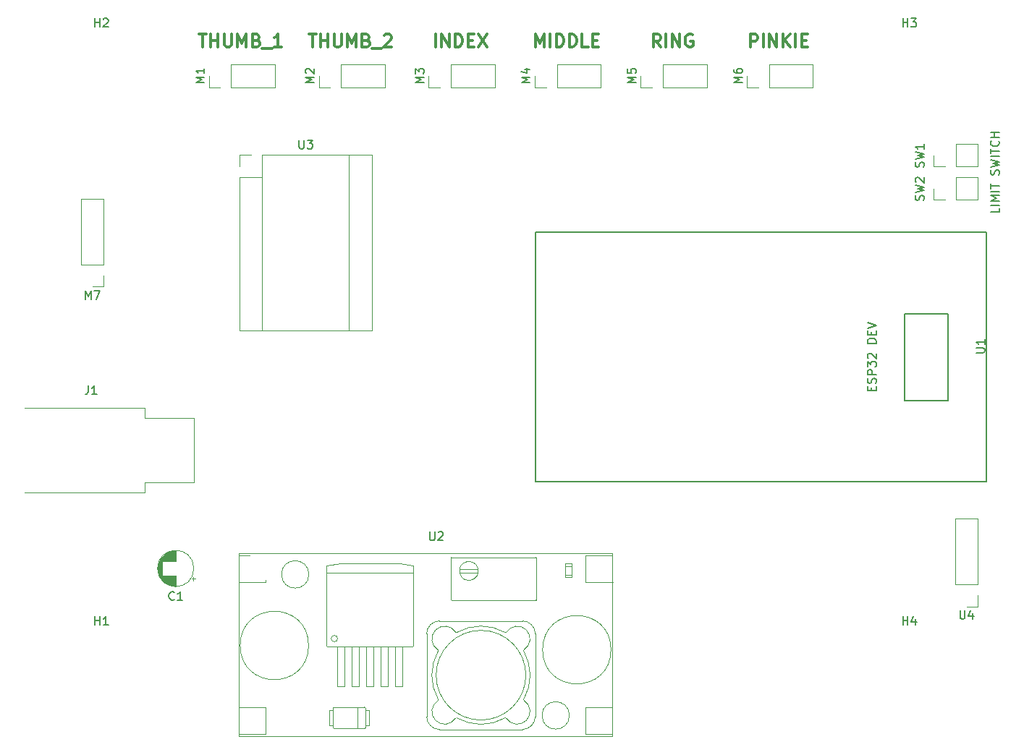
<source format=gbr>
%TF.GenerationSoftware,KiCad,Pcbnew,8.0.9*%
%TF.CreationDate,2025-04-18T23:28:22-04:00*%
%TF.ProjectId,NathanHuang_Sp25_1,4e617468-616e-4487-9561-6e675f537032,rev?*%
%TF.SameCoordinates,Original*%
%TF.FileFunction,Legend,Top*%
%TF.FilePolarity,Positive*%
%FSLAX46Y46*%
G04 Gerber Fmt 4.6, Leading zero omitted, Abs format (unit mm)*
G04 Created by KiCad (PCBNEW 8.0.9) date 2025-04-18 23:28:22*
%MOMM*%
%LPD*%
G01*
G04 APERTURE LIST*
%ADD10C,0.300000*%
%ADD11C,0.200000*%
%ADD12C,0.150000*%
%ADD13C,0.120000*%
G04 APERTURE END LIST*
D10*
X108978653Y-62150828D02*
X109835796Y-62150828D01*
X109407224Y-63650828D02*
X109407224Y-62150828D01*
X110335795Y-63650828D02*
X110335795Y-62150828D01*
X110335795Y-62865114D02*
X111192938Y-62865114D01*
X111192938Y-63650828D02*
X111192938Y-62150828D01*
X111907224Y-62150828D02*
X111907224Y-63365114D01*
X111907224Y-63365114D02*
X111978653Y-63507971D01*
X111978653Y-63507971D02*
X112050082Y-63579400D01*
X112050082Y-63579400D02*
X112192939Y-63650828D01*
X112192939Y-63650828D02*
X112478653Y-63650828D01*
X112478653Y-63650828D02*
X112621510Y-63579400D01*
X112621510Y-63579400D02*
X112692939Y-63507971D01*
X112692939Y-63507971D02*
X112764367Y-63365114D01*
X112764367Y-63365114D02*
X112764367Y-62150828D01*
X113478653Y-63650828D02*
X113478653Y-62150828D01*
X113478653Y-62150828D02*
X113978653Y-63222257D01*
X113978653Y-63222257D02*
X114478653Y-62150828D01*
X114478653Y-62150828D02*
X114478653Y-63650828D01*
X115692939Y-62865114D02*
X115907225Y-62936542D01*
X115907225Y-62936542D02*
X115978654Y-63007971D01*
X115978654Y-63007971D02*
X116050082Y-63150828D01*
X116050082Y-63150828D02*
X116050082Y-63365114D01*
X116050082Y-63365114D02*
X115978654Y-63507971D01*
X115978654Y-63507971D02*
X115907225Y-63579400D01*
X115907225Y-63579400D02*
X115764368Y-63650828D01*
X115764368Y-63650828D02*
X115192939Y-63650828D01*
X115192939Y-63650828D02*
X115192939Y-62150828D01*
X115192939Y-62150828D02*
X115692939Y-62150828D01*
X115692939Y-62150828D02*
X115835797Y-62222257D01*
X115835797Y-62222257D02*
X115907225Y-62293685D01*
X115907225Y-62293685D02*
X115978654Y-62436542D01*
X115978654Y-62436542D02*
X115978654Y-62579400D01*
X115978654Y-62579400D02*
X115907225Y-62722257D01*
X115907225Y-62722257D02*
X115835797Y-62793685D01*
X115835797Y-62793685D02*
X115692939Y-62865114D01*
X115692939Y-62865114D02*
X115192939Y-62865114D01*
X116335797Y-63793685D02*
X117478654Y-63793685D01*
X117764368Y-62293685D02*
X117835796Y-62222257D01*
X117835796Y-62222257D02*
X117978654Y-62150828D01*
X117978654Y-62150828D02*
X118335796Y-62150828D01*
X118335796Y-62150828D02*
X118478654Y-62222257D01*
X118478654Y-62222257D02*
X118550082Y-62293685D01*
X118550082Y-62293685D02*
X118621511Y-62436542D01*
X118621511Y-62436542D02*
X118621511Y-62579400D01*
X118621511Y-62579400D02*
X118550082Y-62793685D01*
X118550082Y-62793685D02*
X117692939Y-63650828D01*
X117692939Y-63650828D02*
X118621511Y-63650828D01*
X96129511Y-62150828D02*
X96986654Y-62150828D01*
X96558082Y-63650828D02*
X96558082Y-62150828D01*
X97486653Y-63650828D02*
X97486653Y-62150828D01*
X97486653Y-62865114D02*
X98343796Y-62865114D01*
X98343796Y-63650828D02*
X98343796Y-62150828D01*
X99058082Y-62150828D02*
X99058082Y-63365114D01*
X99058082Y-63365114D02*
X99129511Y-63507971D01*
X99129511Y-63507971D02*
X99200940Y-63579400D01*
X99200940Y-63579400D02*
X99343797Y-63650828D01*
X99343797Y-63650828D02*
X99629511Y-63650828D01*
X99629511Y-63650828D02*
X99772368Y-63579400D01*
X99772368Y-63579400D02*
X99843797Y-63507971D01*
X99843797Y-63507971D02*
X99915225Y-63365114D01*
X99915225Y-63365114D02*
X99915225Y-62150828D01*
X100629511Y-63650828D02*
X100629511Y-62150828D01*
X100629511Y-62150828D02*
X101129511Y-63222257D01*
X101129511Y-63222257D02*
X101629511Y-62150828D01*
X101629511Y-62150828D02*
X101629511Y-63650828D01*
X102843797Y-62865114D02*
X103058083Y-62936542D01*
X103058083Y-62936542D02*
X103129512Y-63007971D01*
X103129512Y-63007971D02*
X103200940Y-63150828D01*
X103200940Y-63150828D02*
X103200940Y-63365114D01*
X103200940Y-63365114D02*
X103129512Y-63507971D01*
X103129512Y-63507971D02*
X103058083Y-63579400D01*
X103058083Y-63579400D02*
X102915226Y-63650828D01*
X102915226Y-63650828D02*
X102343797Y-63650828D01*
X102343797Y-63650828D02*
X102343797Y-62150828D01*
X102343797Y-62150828D02*
X102843797Y-62150828D01*
X102843797Y-62150828D02*
X102986655Y-62222257D01*
X102986655Y-62222257D02*
X103058083Y-62293685D01*
X103058083Y-62293685D02*
X103129512Y-62436542D01*
X103129512Y-62436542D02*
X103129512Y-62579400D01*
X103129512Y-62579400D02*
X103058083Y-62722257D01*
X103058083Y-62722257D02*
X102986655Y-62793685D01*
X102986655Y-62793685D02*
X102843797Y-62865114D01*
X102843797Y-62865114D02*
X102343797Y-62865114D01*
X103486655Y-63793685D02*
X104629512Y-63793685D01*
X105772369Y-63650828D02*
X104915226Y-63650828D01*
X105343797Y-63650828D02*
X105343797Y-62150828D01*
X105343797Y-62150828D02*
X105200940Y-62365114D01*
X105200940Y-62365114D02*
X105058083Y-62507971D01*
X105058083Y-62507971D02*
X104915226Y-62579400D01*
D11*
X189717219Y-82504136D02*
X189717219Y-82980326D01*
X189717219Y-82980326D02*
X188717219Y-82980326D01*
X189717219Y-82170802D02*
X188717219Y-82170802D01*
X189717219Y-81694612D02*
X188717219Y-81694612D01*
X188717219Y-81694612D02*
X189431504Y-81361279D01*
X189431504Y-81361279D02*
X188717219Y-81027946D01*
X188717219Y-81027946D02*
X189717219Y-81027946D01*
X189717219Y-80551755D02*
X188717219Y-80551755D01*
X188717219Y-80218422D02*
X188717219Y-79646994D01*
X189717219Y-79932708D02*
X188717219Y-79932708D01*
X189669600Y-78599374D02*
X189717219Y-78456517D01*
X189717219Y-78456517D02*
X189717219Y-78218422D01*
X189717219Y-78218422D02*
X189669600Y-78123184D01*
X189669600Y-78123184D02*
X189621980Y-78075565D01*
X189621980Y-78075565D02*
X189526742Y-78027946D01*
X189526742Y-78027946D02*
X189431504Y-78027946D01*
X189431504Y-78027946D02*
X189336266Y-78075565D01*
X189336266Y-78075565D02*
X189288647Y-78123184D01*
X189288647Y-78123184D02*
X189241028Y-78218422D01*
X189241028Y-78218422D02*
X189193409Y-78408898D01*
X189193409Y-78408898D02*
X189145790Y-78504136D01*
X189145790Y-78504136D02*
X189098171Y-78551755D01*
X189098171Y-78551755D02*
X189002933Y-78599374D01*
X189002933Y-78599374D02*
X188907695Y-78599374D01*
X188907695Y-78599374D02*
X188812457Y-78551755D01*
X188812457Y-78551755D02*
X188764838Y-78504136D01*
X188764838Y-78504136D02*
X188717219Y-78408898D01*
X188717219Y-78408898D02*
X188717219Y-78170803D01*
X188717219Y-78170803D02*
X188764838Y-78027946D01*
X188717219Y-77694612D02*
X189717219Y-77456517D01*
X189717219Y-77456517D02*
X189002933Y-77266041D01*
X189002933Y-77266041D02*
X189717219Y-77075565D01*
X189717219Y-77075565D02*
X188717219Y-76837470D01*
X189717219Y-76456517D02*
X188717219Y-76456517D01*
X188717219Y-76123184D02*
X188717219Y-75551756D01*
X189717219Y-75837470D02*
X188717219Y-75837470D01*
X189621980Y-74646994D02*
X189669600Y-74694613D01*
X189669600Y-74694613D02*
X189717219Y-74837470D01*
X189717219Y-74837470D02*
X189717219Y-74932708D01*
X189717219Y-74932708D02*
X189669600Y-75075565D01*
X189669600Y-75075565D02*
X189574361Y-75170803D01*
X189574361Y-75170803D02*
X189479123Y-75218422D01*
X189479123Y-75218422D02*
X189288647Y-75266041D01*
X189288647Y-75266041D02*
X189145790Y-75266041D01*
X189145790Y-75266041D02*
X188955314Y-75218422D01*
X188955314Y-75218422D02*
X188860076Y-75170803D01*
X188860076Y-75170803D02*
X188764838Y-75075565D01*
X188764838Y-75075565D02*
X188717219Y-74932708D01*
X188717219Y-74932708D02*
X188717219Y-74837470D01*
X188717219Y-74837470D02*
X188764838Y-74694613D01*
X188764838Y-74694613D02*
X188812457Y-74646994D01*
X189717219Y-74218422D02*
X188717219Y-74218422D01*
X189193409Y-74218422D02*
X189193409Y-73646994D01*
X189717219Y-73646994D02*
X188717219Y-73646994D01*
D10*
X123792080Y-63650828D02*
X123792080Y-62150828D01*
X124506366Y-63650828D02*
X124506366Y-62150828D01*
X124506366Y-62150828D02*
X125363509Y-63650828D01*
X125363509Y-63650828D02*
X125363509Y-62150828D01*
X126077795Y-63650828D02*
X126077795Y-62150828D01*
X126077795Y-62150828D02*
X126434938Y-62150828D01*
X126434938Y-62150828D02*
X126649224Y-62222257D01*
X126649224Y-62222257D02*
X126792081Y-62365114D01*
X126792081Y-62365114D02*
X126863510Y-62507971D01*
X126863510Y-62507971D02*
X126934938Y-62793685D01*
X126934938Y-62793685D02*
X126934938Y-63007971D01*
X126934938Y-63007971D02*
X126863510Y-63293685D01*
X126863510Y-63293685D02*
X126792081Y-63436542D01*
X126792081Y-63436542D02*
X126649224Y-63579400D01*
X126649224Y-63579400D02*
X126434938Y-63650828D01*
X126434938Y-63650828D02*
X126077795Y-63650828D01*
X127577795Y-62865114D02*
X128077795Y-62865114D01*
X128292081Y-63650828D02*
X127577795Y-63650828D01*
X127577795Y-63650828D02*
X127577795Y-62150828D01*
X127577795Y-62150828D02*
X128292081Y-62150828D01*
X128792081Y-62150828D02*
X129792081Y-63650828D01*
X129792081Y-62150828D02*
X128792081Y-63650828D01*
X135486222Y-63650828D02*
X135486222Y-62150828D01*
X135486222Y-62150828D02*
X135986222Y-63222257D01*
X135986222Y-63222257D02*
X136486222Y-62150828D01*
X136486222Y-62150828D02*
X136486222Y-63650828D01*
X137200508Y-63650828D02*
X137200508Y-62150828D01*
X137914794Y-63650828D02*
X137914794Y-62150828D01*
X137914794Y-62150828D02*
X138271937Y-62150828D01*
X138271937Y-62150828D02*
X138486223Y-62222257D01*
X138486223Y-62222257D02*
X138629080Y-62365114D01*
X138629080Y-62365114D02*
X138700509Y-62507971D01*
X138700509Y-62507971D02*
X138771937Y-62793685D01*
X138771937Y-62793685D02*
X138771937Y-63007971D01*
X138771937Y-63007971D02*
X138700509Y-63293685D01*
X138700509Y-63293685D02*
X138629080Y-63436542D01*
X138629080Y-63436542D02*
X138486223Y-63579400D01*
X138486223Y-63579400D02*
X138271937Y-63650828D01*
X138271937Y-63650828D02*
X137914794Y-63650828D01*
X139414794Y-63650828D02*
X139414794Y-62150828D01*
X139414794Y-62150828D02*
X139771937Y-62150828D01*
X139771937Y-62150828D02*
X139986223Y-62222257D01*
X139986223Y-62222257D02*
X140129080Y-62365114D01*
X140129080Y-62365114D02*
X140200509Y-62507971D01*
X140200509Y-62507971D02*
X140271937Y-62793685D01*
X140271937Y-62793685D02*
X140271937Y-63007971D01*
X140271937Y-63007971D02*
X140200509Y-63293685D01*
X140200509Y-63293685D02*
X140129080Y-63436542D01*
X140129080Y-63436542D02*
X139986223Y-63579400D01*
X139986223Y-63579400D02*
X139771937Y-63650828D01*
X139771937Y-63650828D02*
X139414794Y-63650828D01*
X141629080Y-63650828D02*
X140914794Y-63650828D01*
X140914794Y-63650828D02*
X140914794Y-62150828D01*
X142129080Y-62865114D02*
X142629080Y-62865114D01*
X142843366Y-63650828D02*
X142129080Y-63650828D01*
X142129080Y-63650828D02*
X142129080Y-62150828D01*
X142129080Y-62150828D02*
X142843366Y-62150828D01*
X150108936Y-63650828D02*
X149608936Y-62936542D01*
X149251793Y-63650828D02*
X149251793Y-62150828D01*
X149251793Y-62150828D02*
X149823222Y-62150828D01*
X149823222Y-62150828D02*
X149966079Y-62222257D01*
X149966079Y-62222257D02*
X150037508Y-62293685D01*
X150037508Y-62293685D02*
X150108936Y-62436542D01*
X150108936Y-62436542D02*
X150108936Y-62650828D01*
X150108936Y-62650828D02*
X150037508Y-62793685D01*
X150037508Y-62793685D02*
X149966079Y-62865114D01*
X149966079Y-62865114D02*
X149823222Y-62936542D01*
X149823222Y-62936542D02*
X149251793Y-62936542D01*
X150751793Y-63650828D02*
X150751793Y-62150828D01*
X151466079Y-63650828D02*
X151466079Y-62150828D01*
X151466079Y-62150828D02*
X152323222Y-63650828D01*
X152323222Y-63650828D02*
X152323222Y-62150828D01*
X153823223Y-62222257D02*
X153680366Y-62150828D01*
X153680366Y-62150828D02*
X153466080Y-62150828D01*
X153466080Y-62150828D02*
X153251794Y-62222257D01*
X153251794Y-62222257D02*
X153108937Y-62365114D01*
X153108937Y-62365114D02*
X153037508Y-62507971D01*
X153037508Y-62507971D02*
X152966080Y-62793685D01*
X152966080Y-62793685D02*
X152966080Y-63007971D01*
X152966080Y-63007971D02*
X153037508Y-63293685D01*
X153037508Y-63293685D02*
X153108937Y-63436542D01*
X153108937Y-63436542D02*
X153251794Y-63579400D01*
X153251794Y-63579400D02*
X153466080Y-63650828D01*
X153466080Y-63650828D02*
X153608937Y-63650828D01*
X153608937Y-63650828D02*
X153823223Y-63579400D01*
X153823223Y-63579400D02*
X153894651Y-63507971D01*
X153894651Y-63507971D02*
X153894651Y-63007971D01*
X153894651Y-63007971D02*
X153608937Y-63007971D01*
X160624510Y-63650828D02*
X160624510Y-62150828D01*
X160624510Y-62150828D02*
X161195939Y-62150828D01*
X161195939Y-62150828D02*
X161338796Y-62222257D01*
X161338796Y-62222257D02*
X161410225Y-62293685D01*
X161410225Y-62293685D02*
X161481653Y-62436542D01*
X161481653Y-62436542D02*
X161481653Y-62650828D01*
X161481653Y-62650828D02*
X161410225Y-62793685D01*
X161410225Y-62793685D02*
X161338796Y-62865114D01*
X161338796Y-62865114D02*
X161195939Y-62936542D01*
X161195939Y-62936542D02*
X160624510Y-62936542D01*
X162124510Y-63650828D02*
X162124510Y-62150828D01*
X162838796Y-63650828D02*
X162838796Y-62150828D01*
X162838796Y-62150828D02*
X163695939Y-63650828D01*
X163695939Y-63650828D02*
X163695939Y-62150828D01*
X164410225Y-63650828D02*
X164410225Y-62150828D01*
X165267368Y-63650828D02*
X164624511Y-62793685D01*
X165267368Y-62150828D02*
X164410225Y-63007971D01*
X165910225Y-63650828D02*
X165910225Y-62150828D01*
X166624511Y-62865114D02*
X167124511Y-62865114D01*
X167338797Y-63650828D02*
X166624511Y-63650828D01*
X166624511Y-63650828D02*
X166624511Y-62150828D01*
X166624511Y-62150828D02*
X167338797Y-62150828D01*
D12*
X109573961Y-67834523D02*
X108573961Y-67834523D01*
X108573961Y-67834523D02*
X109288246Y-67501190D01*
X109288246Y-67501190D02*
X108573961Y-67167857D01*
X108573961Y-67167857D02*
X109573961Y-67167857D01*
X108669199Y-66739285D02*
X108621580Y-66691666D01*
X108621580Y-66691666D02*
X108573961Y-66596428D01*
X108573961Y-66596428D02*
X108573961Y-66358333D01*
X108573961Y-66358333D02*
X108621580Y-66263095D01*
X108621580Y-66263095D02*
X108669199Y-66215476D01*
X108669199Y-66215476D02*
X108764437Y-66167857D01*
X108764437Y-66167857D02*
X108859675Y-66167857D01*
X108859675Y-66167857D02*
X109002532Y-66215476D01*
X109002532Y-66215476D02*
X109573961Y-66786904D01*
X109573961Y-66786904D02*
X109573961Y-66167857D01*
X178458095Y-131304819D02*
X178458095Y-130304819D01*
X178458095Y-130781009D02*
X179029523Y-130781009D01*
X179029523Y-131304819D02*
X179029523Y-130304819D01*
X179934285Y-130638152D02*
X179934285Y-131304819D01*
X179696190Y-130257200D02*
X179458095Y-130971485D01*
X179458095Y-130971485D02*
X180077142Y-130971485D01*
X107818095Y-74549819D02*
X107818095Y-75359342D01*
X107818095Y-75359342D02*
X107865714Y-75454580D01*
X107865714Y-75454580D02*
X107913333Y-75502200D01*
X107913333Y-75502200D02*
X108008571Y-75549819D01*
X108008571Y-75549819D02*
X108199047Y-75549819D01*
X108199047Y-75549819D02*
X108294285Y-75502200D01*
X108294285Y-75502200D02*
X108341904Y-75454580D01*
X108341904Y-75454580D02*
X108389523Y-75359342D01*
X108389523Y-75359342D02*
X108389523Y-74549819D01*
X108770476Y-74549819D02*
X109389523Y-74549819D01*
X109389523Y-74549819D02*
X109056190Y-74930771D01*
X109056190Y-74930771D02*
X109199047Y-74930771D01*
X109199047Y-74930771D02*
X109294285Y-74978390D01*
X109294285Y-74978390D02*
X109341904Y-75026009D01*
X109341904Y-75026009D02*
X109389523Y-75121247D01*
X109389523Y-75121247D02*
X109389523Y-75359342D01*
X109389523Y-75359342D02*
X109341904Y-75454580D01*
X109341904Y-75454580D02*
X109294285Y-75502200D01*
X109294285Y-75502200D02*
X109199047Y-75549819D01*
X109199047Y-75549819D02*
X108913333Y-75549819D01*
X108913333Y-75549819D02*
X108818095Y-75502200D01*
X108818095Y-75502200D02*
X108770476Y-75454580D01*
X178458095Y-61304819D02*
X178458095Y-60304819D01*
X178458095Y-60781009D02*
X179029523Y-60781009D01*
X179029523Y-61304819D02*
X179029523Y-60304819D01*
X179410476Y-60304819D02*
X180029523Y-60304819D01*
X180029523Y-60304819D02*
X179696190Y-60685771D01*
X179696190Y-60685771D02*
X179839047Y-60685771D01*
X179839047Y-60685771D02*
X179934285Y-60733390D01*
X179934285Y-60733390D02*
X179981904Y-60781009D01*
X179981904Y-60781009D02*
X180029523Y-60876247D01*
X180029523Y-60876247D02*
X180029523Y-61114342D01*
X180029523Y-61114342D02*
X179981904Y-61209580D01*
X179981904Y-61209580D02*
X179934285Y-61257200D01*
X179934285Y-61257200D02*
X179839047Y-61304819D01*
X179839047Y-61304819D02*
X179553333Y-61304819D01*
X179553333Y-61304819D02*
X179458095Y-61257200D01*
X179458095Y-61257200D02*
X179410476Y-61209580D01*
X187009819Y-99441904D02*
X187819342Y-99441904D01*
X187819342Y-99441904D02*
X187914580Y-99394285D01*
X187914580Y-99394285D02*
X187962200Y-99346666D01*
X187962200Y-99346666D02*
X188009819Y-99251428D01*
X188009819Y-99251428D02*
X188009819Y-99060952D01*
X188009819Y-99060952D02*
X187962200Y-98965714D01*
X187962200Y-98965714D02*
X187914580Y-98918095D01*
X187914580Y-98918095D02*
X187819342Y-98870476D01*
X187819342Y-98870476D02*
X187009819Y-98870476D01*
X188009819Y-97870476D02*
X188009819Y-98441904D01*
X188009819Y-98156190D02*
X187009819Y-98156190D01*
X187009819Y-98156190D02*
X187152676Y-98251428D01*
X187152676Y-98251428D02*
X187247914Y-98346666D01*
X187247914Y-98346666D02*
X187295533Y-98441904D01*
X174786009Y-103854761D02*
X174786009Y-103521428D01*
X175309819Y-103378571D02*
X175309819Y-103854761D01*
X175309819Y-103854761D02*
X174309819Y-103854761D01*
X174309819Y-103854761D02*
X174309819Y-103378571D01*
X175262200Y-102997618D02*
X175309819Y-102854761D01*
X175309819Y-102854761D02*
X175309819Y-102616666D01*
X175309819Y-102616666D02*
X175262200Y-102521428D01*
X175262200Y-102521428D02*
X175214580Y-102473809D01*
X175214580Y-102473809D02*
X175119342Y-102426190D01*
X175119342Y-102426190D02*
X175024104Y-102426190D01*
X175024104Y-102426190D02*
X174928866Y-102473809D01*
X174928866Y-102473809D02*
X174881247Y-102521428D01*
X174881247Y-102521428D02*
X174833628Y-102616666D01*
X174833628Y-102616666D02*
X174786009Y-102807142D01*
X174786009Y-102807142D02*
X174738390Y-102902380D01*
X174738390Y-102902380D02*
X174690771Y-102949999D01*
X174690771Y-102949999D02*
X174595533Y-102997618D01*
X174595533Y-102997618D02*
X174500295Y-102997618D01*
X174500295Y-102997618D02*
X174405057Y-102949999D01*
X174405057Y-102949999D02*
X174357438Y-102902380D01*
X174357438Y-102902380D02*
X174309819Y-102807142D01*
X174309819Y-102807142D02*
X174309819Y-102569047D01*
X174309819Y-102569047D02*
X174357438Y-102426190D01*
X175309819Y-101997618D02*
X174309819Y-101997618D01*
X174309819Y-101997618D02*
X174309819Y-101616666D01*
X174309819Y-101616666D02*
X174357438Y-101521428D01*
X174357438Y-101521428D02*
X174405057Y-101473809D01*
X174405057Y-101473809D02*
X174500295Y-101426190D01*
X174500295Y-101426190D02*
X174643152Y-101426190D01*
X174643152Y-101426190D02*
X174738390Y-101473809D01*
X174738390Y-101473809D02*
X174786009Y-101521428D01*
X174786009Y-101521428D02*
X174833628Y-101616666D01*
X174833628Y-101616666D02*
X174833628Y-101997618D01*
X174309819Y-101092856D02*
X174309819Y-100473809D01*
X174309819Y-100473809D02*
X174690771Y-100807142D01*
X174690771Y-100807142D02*
X174690771Y-100664285D01*
X174690771Y-100664285D02*
X174738390Y-100569047D01*
X174738390Y-100569047D02*
X174786009Y-100521428D01*
X174786009Y-100521428D02*
X174881247Y-100473809D01*
X174881247Y-100473809D02*
X175119342Y-100473809D01*
X175119342Y-100473809D02*
X175214580Y-100521428D01*
X175214580Y-100521428D02*
X175262200Y-100569047D01*
X175262200Y-100569047D02*
X175309819Y-100664285D01*
X175309819Y-100664285D02*
X175309819Y-100949999D01*
X175309819Y-100949999D02*
X175262200Y-101045237D01*
X175262200Y-101045237D02*
X175214580Y-101092856D01*
X174405057Y-100092856D02*
X174357438Y-100045237D01*
X174357438Y-100045237D02*
X174309819Y-99949999D01*
X174309819Y-99949999D02*
X174309819Y-99711904D01*
X174309819Y-99711904D02*
X174357438Y-99616666D01*
X174357438Y-99616666D02*
X174405057Y-99569047D01*
X174405057Y-99569047D02*
X174500295Y-99521428D01*
X174500295Y-99521428D02*
X174595533Y-99521428D01*
X174595533Y-99521428D02*
X174738390Y-99569047D01*
X174738390Y-99569047D02*
X175309819Y-100140475D01*
X175309819Y-100140475D02*
X175309819Y-99521428D01*
X175309819Y-98330951D02*
X174309819Y-98330951D01*
X174309819Y-98330951D02*
X174309819Y-98092856D01*
X174309819Y-98092856D02*
X174357438Y-97949999D01*
X174357438Y-97949999D02*
X174452676Y-97854761D01*
X174452676Y-97854761D02*
X174547914Y-97807142D01*
X174547914Y-97807142D02*
X174738390Y-97759523D01*
X174738390Y-97759523D02*
X174881247Y-97759523D01*
X174881247Y-97759523D02*
X175071723Y-97807142D01*
X175071723Y-97807142D02*
X175166961Y-97854761D01*
X175166961Y-97854761D02*
X175262200Y-97949999D01*
X175262200Y-97949999D02*
X175309819Y-98092856D01*
X175309819Y-98092856D02*
X175309819Y-98330951D01*
X174786009Y-97330951D02*
X174786009Y-96997618D01*
X175309819Y-96854761D02*
X175309819Y-97330951D01*
X175309819Y-97330951D02*
X174309819Y-97330951D01*
X174309819Y-97330951D02*
X174309819Y-96854761D01*
X174309819Y-96569046D02*
X175309819Y-96235713D01*
X175309819Y-96235713D02*
X174309819Y-95902380D01*
X180857200Y-77683332D02*
X180904819Y-77540475D01*
X180904819Y-77540475D02*
X180904819Y-77302380D01*
X180904819Y-77302380D02*
X180857200Y-77207142D01*
X180857200Y-77207142D02*
X180809580Y-77159523D01*
X180809580Y-77159523D02*
X180714342Y-77111904D01*
X180714342Y-77111904D02*
X180619104Y-77111904D01*
X180619104Y-77111904D02*
X180523866Y-77159523D01*
X180523866Y-77159523D02*
X180476247Y-77207142D01*
X180476247Y-77207142D02*
X180428628Y-77302380D01*
X180428628Y-77302380D02*
X180381009Y-77492856D01*
X180381009Y-77492856D02*
X180333390Y-77588094D01*
X180333390Y-77588094D02*
X180285771Y-77635713D01*
X180285771Y-77635713D02*
X180190533Y-77683332D01*
X180190533Y-77683332D02*
X180095295Y-77683332D01*
X180095295Y-77683332D02*
X180000057Y-77635713D01*
X180000057Y-77635713D02*
X179952438Y-77588094D01*
X179952438Y-77588094D02*
X179904819Y-77492856D01*
X179904819Y-77492856D02*
X179904819Y-77254761D01*
X179904819Y-77254761D02*
X179952438Y-77111904D01*
X179904819Y-76778570D02*
X180904819Y-76540475D01*
X180904819Y-76540475D02*
X180190533Y-76349999D01*
X180190533Y-76349999D02*
X180904819Y-76159523D01*
X180904819Y-76159523D02*
X179904819Y-75921428D01*
X180904819Y-75016666D02*
X180904819Y-75588094D01*
X180904819Y-75302380D02*
X179904819Y-75302380D01*
X179904819Y-75302380D02*
X180047676Y-75397618D01*
X180047676Y-75397618D02*
X180142914Y-75492856D01*
X180142914Y-75492856D02*
X180190533Y-75588094D01*
X185138095Y-129614819D02*
X185138095Y-130424342D01*
X185138095Y-130424342D02*
X185185714Y-130519580D01*
X185185714Y-130519580D02*
X185233333Y-130567200D01*
X185233333Y-130567200D02*
X185328571Y-130614819D01*
X185328571Y-130614819D02*
X185519047Y-130614819D01*
X185519047Y-130614819D02*
X185614285Y-130567200D01*
X185614285Y-130567200D02*
X185661904Y-130519580D01*
X185661904Y-130519580D02*
X185709523Y-130424342D01*
X185709523Y-130424342D02*
X185709523Y-129614819D01*
X186614285Y-129948152D02*
X186614285Y-130614819D01*
X186376190Y-129567200D02*
X186138095Y-130281485D01*
X186138095Y-130281485D02*
X186757142Y-130281485D01*
X96724819Y-67834523D02*
X95724819Y-67834523D01*
X95724819Y-67834523D02*
X96439104Y-67501190D01*
X96439104Y-67501190D02*
X95724819Y-67167857D01*
X95724819Y-67167857D02*
X96724819Y-67167857D01*
X96724819Y-66167857D02*
X96724819Y-66739285D01*
X96724819Y-66453571D02*
X95724819Y-66453571D01*
X95724819Y-66453571D02*
X95867676Y-66548809D01*
X95867676Y-66548809D02*
X95962914Y-66644047D01*
X95962914Y-66644047D02*
X96010533Y-66739285D01*
X93205933Y-128309580D02*
X93158314Y-128357200D01*
X93158314Y-128357200D02*
X93015457Y-128404819D01*
X93015457Y-128404819D02*
X92920219Y-128404819D01*
X92920219Y-128404819D02*
X92777362Y-128357200D01*
X92777362Y-128357200D02*
X92682124Y-128261961D01*
X92682124Y-128261961D02*
X92634505Y-128166723D01*
X92634505Y-128166723D02*
X92586886Y-127976247D01*
X92586886Y-127976247D02*
X92586886Y-127833390D01*
X92586886Y-127833390D02*
X92634505Y-127642914D01*
X92634505Y-127642914D02*
X92682124Y-127547676D01*
X92682124Y-127547676D02*
X92777362Y-127452438D01*
X92777362Y-127452438D02*
X92920219Y-127404819D01*
X92920219Y-127404819D02*
X93015457Y-127404819D01*
X93015457Y-127404819D02*
X93158314Y-127452438D01*
X93158314Y-127452438D02*
X93205933Y-127500057D01*
X94158314Y-128404819D02*
X93586886Y-128404819D01*
X93872600Y-128404819D02*
X93872600Y-127404819D01*
X93872600Y-127404819D02*
X93777362Y-127547676D01*
X93777362Y-127547676D02*
X93682124Y-127642914D01*
X93682124Y-127642914D02*
X93586886Y-127690533D01*
X180857200Y-81583332D02*
X180904819Y-81440475D01*
X180904819Y-81440475D02*
X180904819Y-81202380D01*
X180904819Y-81202380D02*
X180857200Y-81107142D01*
X180857200Y-81107142D02*
X180809580Y-81059523D01*
X180809580Y-81059523D02*
X180714342Y-81011904D01*
X180714342Y-81011904D02*
X180619104Y-81011904D01*
X180619104Y-81011904D02*
X180523866Y-81059523D01*
X180523866Y-81059523D02*
X180476247Y-81107142D01*
X180476247Y-81107142D02*
X180428628Y-81202380D01*
X180428628Y-81202380D02*
X180381009Y-81392856D01*
X180381009Y-81392856D02*
X180333390Y-81488094D01*
X180333390Y-81488094D02*
X180285771Y-81535713D01*
X180285771Y-81535713D02*
X180190533Y-81583332D01*
X180190533Y-81583332D02*
X180095295Y-81583332D01*
X180095295Y-81583332D02*
X180000057Y-81535713D01*
X180000057Y-81535713D02*
X179952438Y-81488094D01*
X179952438Y-81488094D02*
X179904819Y-81392856D01*
X179904819Y-81392856D02*
X179904819Y-81154761D01*
X179904819Y-81154761D02*
X179952438Y-81011904D01*
X179904819Y-80678570D02*
X180904819Y-80440475D01*
X180904819Y-80440475D02*
X180190533Y-80249999D01*
X180190533Y-80249999D02*
X180904819Y-80059523D01*
X180904819Y-80059523D02*
X179904819Y-79821428D01*
X180000057Y-79488094D02*
X179952438Y-79440475D01*
X179952438Y-79440475D02*
X179904819Y-79345237D01*
X179904819Y-79345237D02*
X179904819Y-79107142D01*
X179904819Y-79107142D02*
X179952438Y-79011904D01*
X179952438Y-79011904D02*
X180000057Y-78964285D01*
X180000057Y-78964285D02*
X180095295Y-78916666D01*
X180095295Y-78916666D02*
X180190533Y-78916666D01*
X180190533Y-78916666D02*
X180333390Y-78964285D01*
X180333390Y-78964285D02*
X180904819Y-79535713D01*
X180904819Y-79535713D02*
X180904819Y-78916666D01*
X83151666Y-103304819D02*
X83151666Y-104019104D01*
X83151666Y-104019104D02*
X83104047Y-104161961D01*
X83104047Y-104161961D02*
X83008809Y-104257200D01*
X83008809Y-104257200D02*
X82865952Y-104304819D01*
X82865952Y-104304819D02*
X82770714Y-104304819D01*
X84151666Y-104304819D02*
X83580238Y-104304819D01*
X83865952Y-104304819D02*
X83865952Y-103304819D01*
X83865952Y-103304819D02*
X83770714Y-103447676D01*
X83770714Y-103447676D02*
X83675476Y-103542914D01*
X83675476Y-103542914D02*
X83580238Y-103590533D01*
X123103095Y-120404819D02*
X123103095Y-121214342D01*
X123103095Y-121214342D02*
X123150714Y-121309580D01*
X123150714Y-121309580D02*
X123198333Y-121357200D01*
X123198333Y-121357200D02*
X123293571Y-121404819D01*
X123293571Y-121404819D02*
X123484047Y-121404819D01*
X123484047Y-121404819D02*
X123579285Y-121357200D01*
X123579285Y-121357200D02*
X123626904Y-121309580D01*
X123626904Y-121309580D02*
X123674523Y-121214342D01*
X123674523Y-121214342D02*
X123674523Y-120404819D01*
X124103095Y-120500057D02*
X124150714Y-120452438D01*
X124150714Y-120452438D02*
X124245952Y-120404819D01*
X124245952Y-120404819D02*
X124484047Y-120404819D01*
X124484047Y-120404819D02*
X124579285Y-120452438D01*
X124579285Y-120452438D02*
X124626904Y-120500057D01*
X124626904Y-120500057D02*
X124674523Y-120595295D01*
X124674523Y-120595295D02*
X124674523Y-120690533D01*
X124674523Y-120690533D02*
X124626904Y-120833390D01*
X124626904Y-120833390D02*
X124055476Y-121404819D01*
X124055476Y-121404819D02*
X124674523Y-121404819D01*
X83908095Y-131304819D02*
X83908095Y-130304819D01*
X83908095Y-130781009D02*
X84479523Y-130781009D01*
X84479523Y-131304819D02*
X84479523Y-130304819D01*
X85479523Y-131304819D02*
X84908095Y-131304819D01*
X85193809Y-131304819D02*
X85193809Y-130304819D01*
X85193809Y-130304819D02*
X85098571Y-130447676D01*
X85098571Y-130447676D02*
X85003333Y-130542914D01*
X85003333Y-130542914D02*
X84908095Y-130590533D01*
X147239959Y-67834523D02*
X146239959Y-67834523D01*
X146239959Y-67834523D02*
X146954244Y-67501190D01*
X146954244Y-67501190D02*
X146239959Y-67167857D01*
X146239959Y-67167857D02*
X147239959Y-67167857D01*
X146239959Y-66215476D02*
X146239959Y-66691666D01*
X146239959Y-66691666D02*
X146716149Y-66739285D01*
X146716149Y-66739285D02*
X146668530Y-66691666D01*
X146668530Y-66691666D02*
X146620911Y-66596428D01*
X146620911Y-66596428D02*
X146620911Y-66358333D01*
X146620911Y-66358333D02*
X146668530Y-66263095D01*
X146668530Y-66263095D02*
X146716149Y-66215476D01*
X146716149Y-66215476D02*
X146811387Y-66167857D01*
X146811387Y-66167857D02*
X147049482Y-66167857D01*
X147049482Y-66167857D02*
X147144720Y-66215476D01*
X147144720Y-66215476D02*
X147192340Y-66263095D01*
X147192340Y-66263095D02*
X147239959Y-66358333D01*
X147239959Y-66358333D02*
X147239959Y-66596428D01*
X147239959Y-66596428D02*
X147192340Y-66691666D01*
X147192340Y-66691666D02*
X147144720Y-66739285D01*
X159648391Y-67834523D02*
X158648391Y-67834523D01*
X158648391Y-67834523D02*
X159362676Y-67501190D01*
X159362676Y-67501190D02*
X158648391Y-67167857D01*
X158648391Y-67167857D02*
X159648391Y-67167857D01*
X158648391Y-66263095D02*
X158648391Y-66453571D01*
X158648391Y-66453571D02*
X158696010Y-66548809D01*
X158696010Y-66548809D02*
X158743629Y-66596428D01*
X158743629Y-66596428D02*
X158886486Y-66691666D01*
X158886486Y-66691666D02*
X159076962Y-66739285D01*
X159076962Y-66739285D02*
X159457914Y-66739285D01*
X159457914Y-66739285D02*
X159553152Y-66691666D01*
X159553152Y-66691666D02*
X159600772Y-66644047D01*
X159600772Y-66644047D02*
X159648391Y-66548809D01*
X159648391Y-66548809D02*
X159648391Y-66358333D01*
X159648391Y-66358333D02*
X159600772Y-66263095D01*
X159600772Y-66263095D02*
X159553152Y-66215476D01*
X159553152Y-66215476D02*
X159457914Y-66167857D01*
X159457914Y-66167857D02*
X159219819Y-66167857D01*
X159219819Y-66167857D02*
X159124581Y-66215476D01*
X159124581Y-66215476D02*
X159076962Y-66263095D01*
X159076962Y-66263095D02*
X159029343Y-66358333D01*
X159029343Y-66358333D02*
X159029343Y-66548809D01*
X159029343Y-66548809D02*
X159076962Y-66644047D01*
X159076962Y-66644047D02*
X159124581Y-66691666D01*
X159124581Y-66691666D02*
X159219819Y-66739285D01*
X122423103Y-67834523D02*
X121423103Y-67834523D01*
X121423103Y-67834523D02*
X122137388Y-67501190D01*
X122137388Y-67501190D02*
X121423103Y-67167857D01*
X121423103Y-67167857D02*
X122423103Y-67167857D01*
X121423103Y-66786904D02*
X121423103Y-66167857D01*
X121423103Y-66167857D02*
X121804055Y-66501190D01*
X121804055Y-66501190D02*
X121804055Y-66358333D01*
X121804055Y-66358333D02*
X121851674Y-66263095D01*
X121851674Y-66263095D02*
X121899293Y-66215476D01*
X121899293Y-66215476D02*
X121994531Y-66167857D01*
X121994531Y-66167857D02*
X122232626Y-66167857D01*
X122232626Y-66167857D02*
X122327864Y-66215476D01*
X122327864Y-66215476D02*
X122375484Y-66263095D01*
X122375484Y-66263095D02*
X122423103Y-66358333D01*
X122423103Y-66358333D02*
X122423103Y-66644047D01*
X122423103Y-66644047D02*
X122375484Y-66739285D01*
X122375484Y-66739285D02*
X122327864Y-66786904D01*
X134831531Y-67834523D02*
X133831531Y-67834523D01*
X133831531Y-67834523D02*
X134545816Y-67501190D01*
X134545816Y-67501190D02*
X133831531Y-67167857D01*
X133831531Y-67167857D02*
X134831531Y-67167857D01*
X134164864Y-66263095D02*
X134831531Y-66263095D01*
X133783912Y-66501190D02*
X134498197Y-66739285D01*
X134498197Y-66739285D02*
X134498197Y-66120238D01*
X82810476Y-93159819D02*
X82810476Y-92159819D01*
X82810476Y-92159819D02*
X83143809Y-92874104D01*
X83143809Y-92874104D02*
X83477142Y-92159819D01*
X83477142Y-92159819D02*
X83477142Y-93159819D01*
X83858095Y-92159819D02*
X84524761Y-92159819D01*
X84524761Y-92159819D02*
X84096190Y-93159819D01*
X83908095Y-61304819D02*
X83908095Y-60304819D01*
X83908095Y-60781009D02*
X84479523Y-60781009D01*
X84479523Y-61304819D02*
X84479523Y-60304819D01*
X84908095Y-60400057D02*
X84955714Y-60352438D01*
X84955714Y-60352438D02*
X85050952Y-60304819D01*
X85050952Y-60304819D02*
X85289047Y-60304819D01*
X85289047Y-60304819D02*
X85384285Y-60352438D01*
X85384285Y-60352438D02*
X85431904Y-60400057D01*
X85431904Y-60400057D02*
X85479523Y-60495295D01*
X85479523Y-60495295D02*
X85479523Y-60590533D01*
X85479523Y-60590533D02*
X85431904Y-60733390D01*
X85431904Y-60733390D02*
X84860476Y-61304819D01*
X84860476Y-61304819D02*
X85479523Y-61304819D01*
D13*
%TO.C,M2*%
X110119142Y-68355000D02*
X110119142Y-67025000D01*
X111449142Y-68355000D02*
X110119142Y-68355000D01*
X112719142Y-65695000D02*
X117859142Y-65695000D01*
X112719142Y-68355000D02*
X112719142Y-65695000D01*
X112719142Y-68355000D02*
X117859142Y-68355000D01*
X117859142Y-68355000D02*
X117859142Y-65695000D01*
%TO.C,U3*%
X100830000Y-76235000D02*
X100830000Y-77635000D01*
X100830000Y-78905000D02*
X100830000Y-96815000D01*
X100830000Y-96815000D02*
X116330000Y-96815000D01*
X102230000Y-76235000D02*
X100830000Y-76235000D01*
X103500000Y-76235000D02*
X103500000Y-78905000D01*
X103500000Y-78905000D02*
X100830000Y-78905000D01*
X103500000Y-78905000D02*
X103500000Y-96815000D01*
X113660000Y-76235000D02*
X113660000Y-96815000D01*
X116330000Y-76235000D02*
X103500000Y-76235000D01*
X116330000Y-96815000D02*
X116330000Y-76235000D01*
D12*
%TO.C,U1*%
X135485000Y-85345000D02*
X135485000Y-114555000D01*
X135485000Y-114555000D02*
X136120000Y-114555000D01*
X136120000Y-85345000D02*
X135485000Y-85345000D01*
X178665000Y-94870000D02*
X183745000Y-94870000D01*
X178665000Y-105030000D02*
X178665000Y-94870000D01*
X180570000Y-114555000D02*
X136120000Y-114555000D01*
X180570000Y-114555000D02*
X188190000Y-114555000D01*
X183745000Y-94870000D02*
X183745000Y-105030000D01*
X183745000Y-105030000D02*
X178665000Y-105030000D01*
X188190000Y-85345000D02*
X136120000Y-85345000D01*
X188190000Y-114555000D02*
X188190000Y-85345000D01*
D13*
%TO.C,SW1*%
X182030000Y-77655000D02*
X182030000Y-76325000D01*
X183360000Y-77655000D02*
X182030000Y-77655000D01*
X184630000Y-74995000D02*
X187230000Y-74995000D01*
X184630000Y-77655000D02*
X184630000Y-74995000D01*
X184630000Y-77655000D02*
X187230000Y-77655000D01*
X187230000Y-77655000D02*
X187230000Y-74995000D01*
%TO.C,U4*%
X184570000Y-126560000D02*
X184570000Y-118880000D01*
X187230000Y-118880000D02*
X184570000Y-118880000D01*
X187230000Y-126560000D02*
X184570000Y-126560000D01*
X187230000Y-126560000D02*
X187230000Y-118880000D01*
X187230000Y-127830000D02*
X187230000Y-129160000D01*
X187230000Y-129160000D02*
X185900000Y-129160000D01*
%TO.C,M1*%
X97270000Y-68355000D02*
X97270000Y-67025000D01*
X98600000Y-68355000D02*
X97270000Y-68355000D01*
X99870000Y-65695000D02*
X105010000Y-65695000D01*
X99870000Y-68355000D02*
X99870000Y-65695000D01*
X99870000Y-68355000D02*
X105010000Y-68355000D01*
X105010000Y-68355000D02*
X105010000Y-65695000D01*
%TO.C,C1*%
X91291600Y-125070000D02*
X91291600Y-124330000D01*
X91331600Y-125237000D02*
X91331600Y-124163000D01*
X91371600Y-125364000D02*
X91371600Y-124036000D01*
X91411600Y-125468000D02*
X91411600Y-123932000D01*
X91451600Y-125559000D02*
X91451600Y-123841000D01*
X91491600Y-125640000D02*
X91491600Y-123760000D01*
X91531600Y-125713000D02*
X91531600Y-123687000D01*
X91571600Y-125780000D02*
X91571600Y-123620000D01*
X91611600Y-125842000D02*
X91611600Y-123558000D01*
X91651600Y-125900000D02*
X91651600Y-123500000D01*
X91691600Y-125954000D02*
X91691600Y-123446000D01*
X91731600Y-126004000D02*
X91731600Y-123396000D01*
X91771600Y-126051000D02*
X91771600Y-123349000D01*
X91811600Y-123860000D02*
X91811600Y-123304000D01*
X91811600Y-126096000D02*
X91811600Y-125540000D01*
X91851600Y-123860000D02*
X91851600Y-123262000D01*
X91851600Y-126138000D02*
X91851600Y-125540000D01*
X91891600Y-123860000D02*
X91891600Y-123222000D01*
X91891600Y-126178000D02*
X91891600Y-125540000D01*
X91931600Y-123860000D02*
X91931600Y-123184000D01*
X91931600Y-126216000D02*
X91931600Y-125540000D01*
X91971600Y-123860000D02*
X91971600Y-123148000D01*
X91971600Y-126252000D02*
X91971600Y-125540000D01*
X92011600Y-123860000D02*
X92011600Y-123113000D01*
X92011600Y-126287000D02*
X92011600Y-125540000D01*
X92051600Y-123860000D02*
X92051600Y-123081000D01*
X92051600Y-126319000D02*
X92051600Y-125540000D01*
X92091600Y-123860000D02*
X92091600Y-123050000D01*
X92091600Y-126350000D02*
X92091600Y-125540000D01*
X92131600Y-123860000D02*
X92131600Y-123020000D01*
X92131600Y-126380000D02*
X92131600Y-125540000D01*
X92171600Y-123860000D02*
X92171600Y-122992000D01*
X92171600Y-126408000D02*
X92171600Y-125540000D01*
X92211600Y-123860000D02*
X92211600Y-122965000D01*
X92211600Y-126435000D02*
X92211600Y-125540000D01*
X92251600Y-123860000D02*
X92251600Y-122940000D01*
X92251600Y-126460000D02*
X92251600Y-125540000D01*
X92291600Y-123860000D02*
X92291600Y-122915000D01*
X92291600Y-126485000D02*
X92291600Y-125540000D01*
X92331600Y-123860000D02*
X92331600Y-122892000D01*
X92331600Y-126508000D02*
X92331600Y-125540000D01*
X92371600Y-123860000D02*
X92371600Y-122870000D01*
X92371600Y-126530000D02*
X92371600Y-125540000D01*
X92411600Y-123860000D02*
X92411600Y-122849000D01*
X92411600Y-126551000D02*
X92411600Y-125540000D01*
X92451600Y-123860000D02*
X92451600Y-122830000D01*
X92451600Y-126570000D02*
X92451600Y-125540000D01*
X92491600Y-123860000D02*
X92491600Y-122811000D01*
X92491600Y-126589000D02*
X92491600Y-125540000D01*
X92531600Y-123860000D02*
X92531600Y-122793000D01*
X92531600Y-126607000D02*
X92531600Y-125540000D01*
X92571600Y-123860000D02*
X92571600Y-122776000D01*
X92571600Y-126624000D02*
X92571600Y-125540000D01*
X92611600Y-123860000D02*
X92611600Y-122760000D01*
X92611600Y-126640000D02*
X92611600Y-125540000D01*
X92651600Y-123860000D02*
X92651600Y-122746000D01*
X92651600Y-126654000D02*
X92651600Y-125540000D01*
X92692600Y-123860000D02*
X92692600Y-122732000D01*
X92692600Y-126668000D02*
X92692600Y-125540000D01*
X92732600Y-123860000D02*
X92732600Y-122718000D01*
X92732600Y-126682000D02*
X92732600Y-125540000D01*
X92772600Y-123860000D02*
X92772600Y-122706000D01*
X92772600Y-126694000D02*
X92772600Y-125540000D01*
X92812600Y-123860000D02*
X92812600Y-122695000D01*
X92812600Y-126705000D02*
X92812600Y-125540000D01*
X92852600Y-123860000D02*
X92852600Y-122684000D01*
X92852600Y-126716000D02*
X92852600Y-125540000D01*
X92892600Y-123860000D02*
X92892600Y-122675000D01*
X92892600Y-126725000D02*
X92892600Y-125540000D01*
X92932600Y-123860000D02*
X92932600Y-122666000D01*
X92932600Y-126734000D02*
X92932600Y-125540000D01*
X92972600Y-123860000D02*
X92972600Y-122658000D01*
X92972600Y-126742000D02*
X92972600Y-125540000D01*
X93012600Y-123860000D02*
X93012600Y-122650000D01*
X93012600Y-126750000D02*
X93012600Y-125540000D01*
X93052600Y-123860000D02*
X93052600Y-122644000D01*
X93052600Y-126756000D02*
X93052600Y-125540000D01*
X93092600Y-123860000D02*
X93092600Y-122638000D01*
X93092600Y-126762000D02*
X93092600Y-125540000D01*
X93132600Y-123860000D02*
X93132600Y-122633000D01*
X93132600Y-126767000D02*
X93132600Y-125540000D01*
X93172600Y-123860000D02*
X93172600Y-122629000D01*
X93172600Y-126771000D02*
X93172600Y-125540000D01*
X93212600Y-123860000D02*
X93212600Y-122626000D01*
X93212600Y-126774000D02*
X93212600Y-125540000D01*
X93252600Y-123860000D02*
X93252600Y-122623000D01*
X93252600Y-126777000D02*
X93252600Y-125540000D01*
X93292600Y-123860000D02*
X93292600Y-122621000D01*
X93292600Y-126779000D02*
X93292600Y-125540000D01*
X93332600Y-123860000D02*
X93332600Y-122620000D01*
X93332600Y-126780000D02*
X93332600Y-125540000D01*
X93372600Y-123860000D02*
X93372600Y-122620000D01*
X93372600Y-126780000D02*
X93372600Y-125540000D01*
X95442401Y-126095000D02*
X95442401Y-125695000D01*
X95642401Y-125895000D02*
X95242401Y-125895000D01*
X95492600Y-124700000D02*
G75*
G02*
X91252600Y-124700000I-2120000J0D01*
G01*
X91252600Y-124700000D02*
G75*
G02*
X95492600Y-124700000I2120000J0D01*
G01*
%TO.C,SW2*%
X182030000Y-81555000D02*
X182030000Y-80225000D01*
X183360000Y-81555000D02*
X182030000Y-81555000D01*
X184630000Y-78895000D02*
X187230000Y-78895000D01*
X184630000Y-81555000D02*
X184630000Y-78895000D01*
X184630000Y-81555000D02*
X187230000Y-81555000D01*
X187230000Y-81555000D02*
X187230000Y-78895000D01*
%TO.C,J1*%
X75735000Y-115795000D02*
X89735000Y-115795000D01*
X89735000Y-105905000D02*
X75735000Y-105905000D01*
X89735000Y-107110000D02*
X89735000Y-105905000D01*
X89735000Y-114590000D02*
X95505000Y-114590000D01*
X89735000Y-115795000D02*
X89735000Y-114590000D01*
X95505000Y-107110000D02*
X89735000Y-107110000D01*
X95505000Y-114590000D02*
X95505000Y-107110000D01*
%TO.C,U2*%
X100720000Y-122925000D02*
X100720000Y-144375000D01*
X100720000Y-144375000D02*
X144470000Y-144375000D01*
X100725000Y-123180000D02*
X102025000Y-123180000D01*
X100725000Y-126335000D02*
X103855000Y-126340000D01*
X100725000Y-140960000D02*
X103855000Y-140960000D01*
X100725000Y-144120000D02*
X103855000Y-144120000D01*
X103855000Y-126030000D02*
X103855000Y-126340000D01*
X103855000Y-140960000D02*
X103855000Y-144120000D01*
X111024233Y-125764149D02*
X111024233Y-125925687D01*
X111025233Y-124397610D02*
X112675233Y-124106671D01*
X111025233Y-133749106D02*
X111025233Y-124397610D01*
X111025233Y-133749106D02*
X111102797Y-133826670D01*
X111102797Y-133826670D02*
X121107670Y-133826670D01*
X111306636Y-141318217D02*
X111756636Y-141318217D01*
X111306636Y-143068217D02*
X111306636Y-141318217D01*
X111756636Y-143068217D02*
X111306636Y-143068217D01*
X111756636Y-143343217D02*
X111756636Y-141043217D01*
X111856636Y-140943217D02*
X115456636Y-140943217D01*
X112285233Y-138456670D02*
X112285233Y-133826670D01*
X112285233Y-138456670D02*
X113125233Y-138456670D01*
X112675233Y-124106671D02*
X119535233Y-124106671D01*
X113125233Y-138456670D02*
X113125233Y-133826670D01*
X113985233Y-138456670D02*
X113985233Y-133826670D01*
X113985233Y-138456670D02*
X114825233Y-138456670D01*
X114686358Y-141043217D02*
X114686358Y-143343217D01*
X114825233Y-138456670D02*
X114825233Y-133826670D01*
X115456636Y-143443217D02*
X111856636Y-143443217D01*
X115556636Y-141043217D02*
X115556636Y-143343217D01*
X115556636Y-141318217D02*
X116006636Y-141318217D01*
X115557636Y-141554696D02*
X115557636Y-141460144D01*
X115685233Y-138456670D02*
X115685233Y-133826670D01*
X115685233Y-138456670D02*
X116525233Y-138456670D01*
X116006636Y-141318217D02*
X116006636Y-143068217D01*
X116006636Y-143068217D02*
X115556636Y-143068217D01*
X116525233Y-138456670D02*
X116525233Y-133826670D01*
X117385233Y-138456670D02*
X117385233Y-133826670D01*
X117385233Y-138456670D02*
X118225233Y-138456670D01*
X118225233Y-138456670D02*
X118225233Y-133826670D01*
X119085233Y-138456670D02*
X119085233Y-133826670D01*
X119085233Y-138456670D02*
X119925233Y-138456670D01*
X119535233Y-124106671D02*
X121185233Y-124397610D01*
X119925233Y-138456670D02*
X119925233Y-133826670D01*
X121107670Y-133826670D02*
X121185233Y-133749106D01*
X121185233Y-125186670D02*
X111025233Y-125186670D01*
X121185233Y-133749106D02*
X121185233Y-124397610D01*
X122742397Y-132345796D02*
X122742397Y-142045796D01*
X124242397Y-143545796D02*
X133942397Y-143545796D01*
X125574783Y-128342294D02*
X125574783Y-123442295D01*
X125624783Y-123392295D02*
X135524783Y-123392295D01*
X126611385Y-124710900D02*
X126635553Y-124742295D01*
X126623594Y-124767294D02*
X126599147Y-124762062D01*
X126623594Y-124767294D02*
X126630764Y-124736075D01*
X126623594Y-124767294D02*
X126635553Y-124742295D01*
X126635553Y-125242294D02*
X128714014Y-125242294D01*
X128714014Y-124742295D02*
X126635553Y-124742295D01*
X133942397Y-130845796D02*
X124242397Y-130845796D01*
X134133978Y-123391295D02*
X134089106Y-123391295D01*
X134217312Y-123391295D02*
X134183357Y-123391295D01*
X135442397Y-142045796D02*
X135442397Y-132345796D01*
X135524783Y-128392294D02*
X125624783Y-128392294D01*
X135574783Y-123442295D02*
X135574783Y-128342294D01*
X138923681Y-124460296D02*
X139723681Y-124460296D01*
X138923681Y-125740295D02*
X138923681Y-124140296D01*
X139723681Y-124140296D02*
X138923681Y-124140296D01*
X139723681Y-124140296D02*
X139723681Y-125740295D01*
X139723681Y-125420295D02*
X138923681Y-125420295D01*
X139723681Y-125740295D02*
X138923681Y-125740295D01*
X141335000Y-123180000D02*
X144450000Y-123180000D01*
X141335000Y-126340000D02*
X141335000Y-123180000D01*
X141335000Y-126340000D02*
X144495000Y-126340000D01*
X141335000Y-140960000D02*
X144450000Y-140960000D01*
X141335000Y-144120000D02*
X141335000Y-140960000D01*
X141335000Y-144120000D02*
X144450000Y-144120000D01*
X144470000Y-122925000D02*
X100720000Y-122925000D01*
X144470000Y-144375000D02*
X144470000Y-122925000D01*
X111756636Y-141043217D02*
G75*
G02*
X111856636Y-140943236I99964J17D01*
G01*
X111856636Y-143443217D02*
G75*
G02*
X111756583Y-143343217I-36J100017D01*
G01*
X115456636Y-140943217D02*
G75*
G02*
X115556583Y-141043217I-36J-99983D01*
G01*
X115556636Y-143343217D02*
G75*
G02*
X115456636Y-143443236I-100036J17D01*
G01*
X122742397Y-132345796D02*
G75*
G02*
X124242397Y-130845797I1500003J-4D01*
G01*
X124056131Y-134226010D02*
G75*
G02*
X124090249Y-134360200I-52931J-84890D01*
G01*
X124056132Y-134226011D02*
G75*
G02*
X126122611Y-132159531I793628J1272851D01*
G01*
X124090217Y-140031409D02*
G75*
G02*
X124056118Y-140165560I-87017J-49291D01*
G01*
X124090218Y-140031410D02*
G75*
G02*
X124090221Y-134360185I5002182J2835610D01*
G01*
X124242397Y-143545796D02*
G75*
G02*
X122742404Y-142045796I3J1499996D01*
G01*
X125574783Y-123442295D02*
G75*
G02*
X125624783Y-123392283I50017J-5D01*
G01*
X125624783Y-128392294D02*
G75*
G02*
X125574806Y-128342294I17J49994D01*
G01*
X126122611Y-142232062D02*
G75*
G02*
X124056137Y-140165590I-1272811J793662D01*
G01*
X126122611Y-142232062D02*
G75*
G02*
X126256799Y-142197947I84889J-52938D01*
G01*
X126256783Y-132193617D02*
G75*
G02*
X126122641Y-132159512I-49283J87017D01*
G01*
X126256784Y-132193617D02*
G75*
G02*
X131928011Y-132193617I2835614J-5002178D01*
G01*
X126599148Y-125222527D02*
G75*
G02*
X126611385Y-125273690I1075652J230227D01*
G01*
X131928011Y-142197976D02*
G75*
G02*
X126256783Y-142197976I-2835614J5002180D01*
G01*
X131928011Y-142197976D02*
G75*
G02*
X132062162Y-142232075I49289J-87024D01*
G01*
X132062183Y-132159531D02*
G75*
G02*
X131927998Y-132193641I-84883J52931D01*
G01*
X132062183Y-132159531D02*
G75*
G02*
X134128667Y-134226018I1272817J-793669D01*
G01*
X133942397Y-130845796D02*
G75*
G02*
X135442404Y-132345796I3J-1500004D01*
G01*
X134094576Y-134360183D02*
G75*
G02*
X134094579Y-140031412I-5002176J-2835617D01*
G01*
X134094577Y-134360184D02*
G75*
G02*
X134128680Y-134226039I87023J49284D01*
G01*
X134128662Y-140165582D02*
G75*
G02*
X132062182Y-142232062I-793622J-1272858D01*
G01*
X134128663Y-140165583D02*
G75*
G02*
X134094555Y-140031398I52937J84883D01*
G01*
X135442397Y-142045796D02*
G75*
G02*
X133942397Y-143545797I-1499997J-4D01*
G01*
X135524783Y-123392295D02*
G75*
G02*
X135574805Y-123442295I17J-50005D01*
G01*
X135574783Y-128342294D02*
G75*
G02*
X135524783Y-128392283I-49983J-6D01*
G01*
X108921666Y-133717418D02*
G75*
G02*
X100921666Y-133717418I-4000000J0D01*
G01*
X100921666Y-133717418D02*
G75*
G02*
X108921666Y-133717418I4000000J0D01*
G01*
X108953999Y-125395000D02*
G75*
G02*
X105756001Y-125395000I-1598999J0D01*
G01*
X105756001Y-125395000D02*
G75*
G02*
X108953999Y-125395000I1598999J0D01*
G01*
X112323179Y-132914594D02*
G75*
G02*
X111573179Y-132914594I-375000J0D01*
G01*
X111573179Y-132914594D02*
G75*
G02*
X112323179Y-132914594I375000J0D01*
G01*
X134342397Y-137195796D02*
G75*
G02*
X123842397Y-137195796I-5250000J0D01*
G01*
X123842397Y-137195796D02*
G75*
G02*
X134342397Y-137195796I5250000J0D01*
G01*
X139434000Y-141905000D02*
G75*
G02*
X136236000Y-141905000I-1599000J0D01*
G01*
X136236000Y-141905000D02*
G75*
G02*
X139434000Y-141905000I1599000J0D01*
G01*
X144304307Y-134215206D02*
G75*
G02*
X136304307Y-134215206I-4000000J0D01*
G01*
X136304307Y-134215206D02*
G75*
G02*
X144304307Y-134215206I4000000J0D01*
G01*
%TO.C,M5*%
X147785140Y-68355000D02*
X147785140Y-67025000D01*
X149115140Y-68355000D02*
X147785140Y-68355000D01*
X150385140Y-65695000D02*
X155525140Y-65695000D01*
X150385140Y-68355000D02*
X150385140Y-65695000D01*
X150385140Y-68355000D02*
X155525140Y-68355000D01*
X155525140Y-68355000D02*
X155525140Y-65695000D01*
%TO.C,M6*%
X160193572Y-68355000D02*
X160193572Y-67025000D01*
X161523572Y-68355000D02*
X160193572Y-68355000D01*
X162793572Y-65695000D02*
X167933572Y-65695000D01*
X162793572Y-68355000D02*
X162793572Y-65695000D01*
X162793572Y-68355000D02*
X167933572Y-68355000D01*
X167933572Y-68355000D02*
X167933572Y-65695000D01*
%TO.C,M3*%
X122968284Y-68355000D02*
X122968284Y-67025000D01*
X124298284Y-68355000D02*
X122968284Y-68355000D01*
X125568284Y-65695000D02*
X130708284Y-65695000D01*
X125568284Y-68355000D02*
X125568284Y-65695000D01*
X125568284Y-68355000D02*
X130708284Y-68355000D01*
X130708284Y-68355000D02*
X130708284Y-65695000D01*
%TO.C,M4*%
X135376712Y-68355000D02*
X135376712Y-67025000D01*
X136706712Y-68355000D02*
X135376712Y-68355000D01*
X137976712Y-65695000D02*
X143116712Y-65695000D01*
X137976712Y-68355000D02*
X137976712Y-65695000D01*
X137976712Y-68355000D02*
X143116712Y-68355000D01*
X143116712Y-68355000D02*
X143116712Y-65695000D01*
%TO.C,M7*%
X82290000Y-89105000D02*
X82290000Y-81425000D01*
X84950000Y-81425000D02*
X82290000Y-81425000D01*
X84950000Y-89105000D02*
X82290000Y-89105000D01*
X84950000Y-89105000D02*
X84950000Y-81425000D01*
X84950000Y-90375000D02*
X84950000Y-91705000D01*
X84950000Y-91705000D02*
X83620000Y-91705000D01*
%TD*%
M02*

</source>
